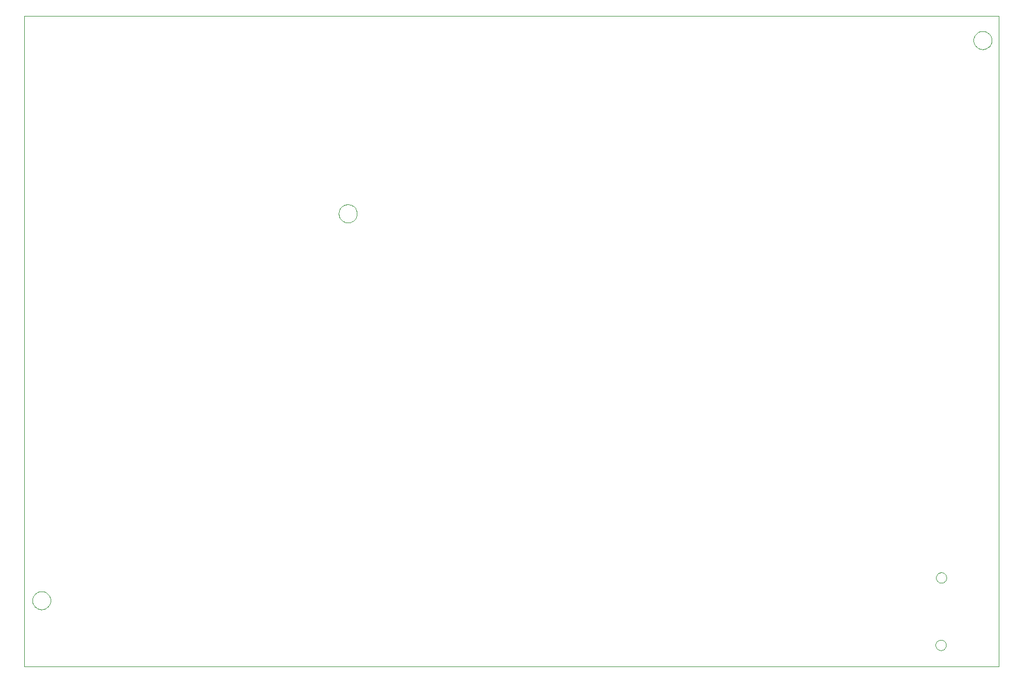
<source format=gbo>
G75*
%MOIN*%
%OFA0B0*%
%FSLAX24Y24*%
%IPPOS*%
%LPD*%
%AMOC8*
5,1,8,0,0,1.08239X$1,22.5*
%
%ADD10C,0.0000*%
D10*
X003113Y000180D02*
X003113Y039550D01*
X062105Y039550D01*
X062105Y000180D01*
X003113Y000180D01*
X003600Y004193D02*
X003602Y004240D01*
X003608Y004286D01*
X003618Y004332D01*
X003631Y004377D01*
X003649Y004420D01*
X003670Y004462D01*
X003694Y004502D01*
X003722Y004539D01*
X003753Y004574D01*
X003787Y004607D01*
X003823Y004636D01*
X003862Y004662D01*
X003903Y004685D01*
X003946Y004704D01*
X003990Y004720D01*
X004035Y004732D01*
X004081Y004740D01*
X004128Y004744D01*
X004174Y004744D01*
X004221Y004740D01*
X004267Y004732D01*
X004312Y004720D01*
X004356Y004704D01*
X004399Y004685D01*
X004440Y004662D01*
X004479Y004636D01*
X004515Y004607D01*
X004549Y004574D01*
X004580Y004539D01*
X004608Y004502D01*
X004632Y004462D01*
X004653Y004420D01*
X004671Y004377D01*
X004684Y004332D01*
X004694Y004286D01*
X004700Y004240D01*
X004702Y004193D01*
X004700Y004146D01*
X004694Y004100D01*
X004684Y004054D01*
X004671Y004009D01*
X004653Y003966D01*
X004632Y003924D01*
X004608Y003884D01*
X004580Y003847D01*
X004549Y003812D01*
X004515Y003779D01*
X004479Y003750D01*
X004440Y003724D01*
X004399Y003701D01*
X004356Y003682D01*
X004312Y003666D01*
X004267Y003654D01*
X004221Y003646D01*
X004174Y003642D01*
X004128Y003642D01*
X004081Y003646D01*
X004035Y003654D01*
X003990Y003666D01*
X003946Y003682D01*
X003903Y003701D01*
X003862Y003724D01*
X003823Y003750D01*
X003787Y003779D01*
X003753Y003812D01*
X003722Y003847D01*
X003694Y003884D01*
X003670Y003924D01*
X003649Y003966D01*
X003631Y004009D01*
X003618Y004054D01*
X003608Y004100D01*
X003602Y004146D01*
X003600Y004193D01*
X022150Y027605D02*
X022152Y027652D01*
X022158Y027698D01*
X022168Y027744D01*
X022181Y027789D01*
X022199Y027832D01*
X022220Y027874D01*
X022244Y027914D01*
X022272Y027951D01*
X022303Y027986D01*
X022337Y028019D01*
X022373Y028048D01*
X022412Y028074D01*
X022453Y028097D01*
X022496Y028116D01*
X022540Y028132D01*
X022585Y028144D01*
X022631Y028152D01*
X022678Y028156D01*
X022724Y028156D01*
X022771Y028152D01*
X022817Y028144D01*
X022862Y028132D01*
X022906Y028116D01*
X022949Y028097D01*
X022990Y028074D01*
X023029Y028048D01*
X023065Y028019D01*
X023099Y027986D01*
X023130Y027951D01*
X023158Y027914D01*
X023182Y027874D01*
X023203Y027832D01*
X023221Y027789D01*
X023234Y027744D01*
X023244Y027698D01*
X023250Y027652D01*
X023252Y027605D01*
X023250Y027558D01*
X023244Y027512D01*
X023234Y027466D01*
X023221Y027421D01*
X023203Y027378D01*
X023182Y027336D01*
X023158Y027296D01*
X023130Y027259D01*
X023099Y027224D01*
X023065Y027191D01*
X023029Y027162D01*
X022990Y027136D01*
X022949Y027113D01*
X022906Y027094D01*
X022862Y027078D01*
X022817Y027066D01*
X022771Y027058D01*
X022724Y027054D01*
X022678Y027054D01*
X022631Y027058D01*
X022585Y027066D01*
X022540Y027078D01*
X022496Y027094D01*
X022453Y027113D01*
X022412Y027136D01*
X022373Y027162D01*
X022337Y027191D01*
X022303Y027224D01*
X022272Y027259D01*
X022244Y027296D01*
X022220Y027336D01*
X022199Y027378D01*
X022181Y027421D01*
X022168Y027466D01*
X022158Y027512D01*
X022152Y027558D01*
X022150Y027605D01*
X058308Y005570D02*
X058310Y005605D01*
X058316Y005640D01*
X058326Y005674D01*
X058339Y005707D01*
X058356Y005738D01*
X058377Y005766D01*
X058400Y005793D01*
X058427Y005816D01*
X058455Y005837D01*
X058486Y005854D01*
X058519Y005867D01*
X058553Y005877D01*
X058588Y005883D01*
X058623Y005885D01*
X058658Y005883D01*
X058693Y005877D01*
X058727Y005867D01*
X058760Y005854D01*
X058791Y005837D01*
X058819Y005816D01*
X058846Y005793D01*
X058869Y005766D01*
X058890Y005738D01*
X058907Y005707D01*
X058920Y005674D01*
X058930Y005640D01*
X058936Y005605D01*
X058938Y005570D01*
X058936Y005535D01*
X058930Y005500D01*
X058920Y005466D01*
X058907Y005433D01*
X058890Y005402D01*
X058869Y005374D01*
X058846Y005347D01*
X058819Y005324D01*
X058791Y005303D01*
X058760Y005286D01*
X058727Y005273D01*
X058693Y005263D01*
X058658Y005257D01*
X058623Y005255D01*
X058588Y005257D01*
X058553Y005263D01*
X058519Y005273D01*
X058486Y005286D01*
X058455Y005303D01*
X058427Y005324D01*
X058400Y005347D01*
X058377Y005374D01*
X058356Y005402D01*
X058339Y005433D01*
X058326Y005466D01*
X058316Y005500D01*
X058310Y005535D01*
X058308Y005570D01*
X058278Y001490D02*
X058280Y001525D01*
X058286Y001560D01*
X058296Y001594D01*
X058309Y001627D01*
X058326Y001658D01*
X058347Y001686D01*
X058370Y001713D01*
X058397Y001736D01*
X058425Y001757D01*
X058456Y001774D01*
X058489Y001787D01*
X058523Y001797D01*
X058558Y001803D01*
X058593Y001805D01*
X058628Y001803D01*
X058663Y001797D01*
X058697Y001787D01*
X058730Y001774D01*
X058761Y001757D01*
X058789Y001736D01*
X058816Y001713D01*
X058839Y001686D01*
X058860Y001658D01*
X058877Y001627D01*
X058890Y001594D01*
X058900Y001560D01*
X058906Y001525D01*
X058908Y001490D01*
X058906Y001455D01*
X058900Y001420D01*
X058890Y001386D01*
X058877Y001353D01*
X058860Y001322D01*
X058839Y001294D01*
X058816Y001267D01*
X058789Y001244D01*
X058761Y001223D01*
X058730Y001206D01*
X058697Y001193D01*
X058663Y001183D01*
X058628Y001177D01*
X058593Y001175D01*
X058558Y001177D01*
X058523Y001183D01*
X058489Y001193D01*
X058456Y001206D01*
X058425Y001223D01*
X058397Y001244D01*
X058370Y001267D01*
X058347Y001294D01*
X058326Y001322D01*
X058309Y001353D01*
X058296Y001386D01*
X058286Y001420D01*
X058280Y001455D01*
X058278Y001490D01*
X060575Y038093D02*
X060577Y038140D01*
X060583Y038186D01*
X060593Y038232D01*
X060606Y038277D01*
X060624Y038320D01*
X060645Y038362D01*
X060669Y038402D01*
X060697Y038439D01*
X060728Y038474D01*
X060762Y038507D01*
X060798Y038536D01*
X060837Y038562D01*
X060878Y038585D01*
X060921Y038604D01*
X060965Y038620D01*
X061010Y038632D01*
X061056Y038640D01*
X061103Y038644D01*
X061149Y038644D01*
X061196Y038640D01*
X061242Y038632D01*
X061287Y038620D01*
X061331Y038604D01*
X061374Y038585D01*
X061415Y038562D01*
X061454Y038536D01*
X061490Y038507D01*
X061524Y038474D01*
X061555Y038439D01*
X061583Y038402D01*
X061607Y038362D01*
X061628Y038320D01*
X061646Y038277D01*
X061659Y038232D01*
X061669Y038186D01*
X061675Y038140D01*
X061677Y038093D01*
X061675Y038046D01*
X061669Y038000D01*
X061659Y037954D01*
X061646Y037909D01*
X061628Y037866D01*
X061607Y037824D01*
X061583Y037784D01*
X061555Y037747D01*
X061524Y037712D01*
X061490Y037679D01*
X061454Y037650D01*
X061415Y037624D01*
X061374Y037601D01*
X061331Y037582D01*
X061287Y037566D01*
X061242Y037554D01*
X061196Y037546D01*
X061149Y037542D01*
X061103Y037542D01*
X061056Y037546D01*
X061010Y037554D01*
X060965Y037566D01*
X060921Y037582D01*
X060878Y037601D01*
X060837Y037624D01*
X060798Y037650D01*
X060762Y037679D01*
X060728Y037712D01*
X060697Y037747D01*
X060669Y037784D01*
X060645Y037824D01*
X060624Y037866D01*
X060606Y037909D01*
X060593Y037954D01*
X060583Y038000D01*
X060577Y038046D01*
X060575Y038093D01*
M02*

</source>
